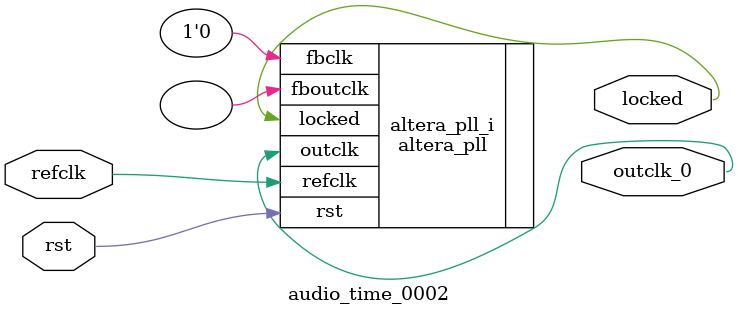
<source format=v>
`timescale 1ns/10ps
module  audio_time_0002(

	// interface 'refclk'
	input wire refclk,

	// interface 'reset'
	input wire rst,

	// interface 'outclk0'
	output wire outclk_0,

	// interface 'locked'
	output wire locked
);

	altera_pll #(
		.fractional_vco_multiplier("true"),
		.reference_clock_frequency("50.0 MHz"),
		.operation_mode("direct"),
		.number_of_clocks(1),
		.output_clock_frequency0("18.432000 MHz"),
		.phase_shift0("0 ps"),
		.duty_cycle0(50),
		.output_clock_frequency1("0 MHz"),
		.phase_shift1("0 ps"),
		.duty_cycle1(50),
		.output_clock_frequency2("0 MHz"),
		.phase_shift2("0 ps"),
		.duty_cycle2(50),
		.output_clock_frequency3("0 MHz"),
		.phase_shift3("0 ps"),
		.duty_cycle3(50),
		.output_clock_frequency4("0 MHz"),
		.phase_shift4("0 ps"),
		.duty_cycle4(50),
		.output_clock_frequency5("0 MHz"),
		.phase_shift5("0 ps"),
		.duty_cycle5(50),
		.output_clock_frequency6("0 MHz"),
		.phase_shift6("0 ps"),
		.duty_cycle6(50),
		.output_clock_frequency7("0 MHz"),
		.phase_shift7("0 ps"),
		.duty_cycle7(50),
		.output_clock_frequency8("0 MHz"),
		.phase_shift8("0 ps"),
		.duty_cycle8(50),
		.output_clock_frequency9("0 MHz"),
		.phase_shift9("0 ps"),
		.duty_cycle9(50),
		.output_clock_frequency10("0 MHz"),
		.phase_shift10("0 ps"),
		.duty_cycle10(50),
		.output_clock_frequency11("0 MHz"),
		.phase_shift11("0 ps"),
		.duty_cycle11(50),
		.output_clock_frequency12("0 MHz"),
		.phase_shift12("0 ps"),
		.duty_cycle12(50),
		.output_clock_frequency13("0 MHz"),
		.phase_shift13("0 ps"),
		.duty_cycle13(50),
		.output_clock_frequency14("0 MHz"),
		.phase_shift14("0 ps"),
		.duty_cycle14(50),
		.output_clock_frequency15("0 MHz"),
		.phase_shift15("0 ps"),
		.duty_cycle15(50),
		.output_clock_frequency16("0 MHz"),
		.phase_shift16("0 ps"),
		.duty_cycle16(50),
		.output_clock_frequency17("0 MHz"),
		.phase_shift17("0 ps"),
		.duty_cycle17(50),
		.pll_type("General"),
		.pll_subtype("General")
	) altera_pll_i (
		.rst	(rst),
		.outclk	({outclk_0}),
		.locked	(locked),
		.fboutclk	( ),
		.fbclk	(1'b0),
		.refclk	(refclk)
	);
endmodule


</source>
